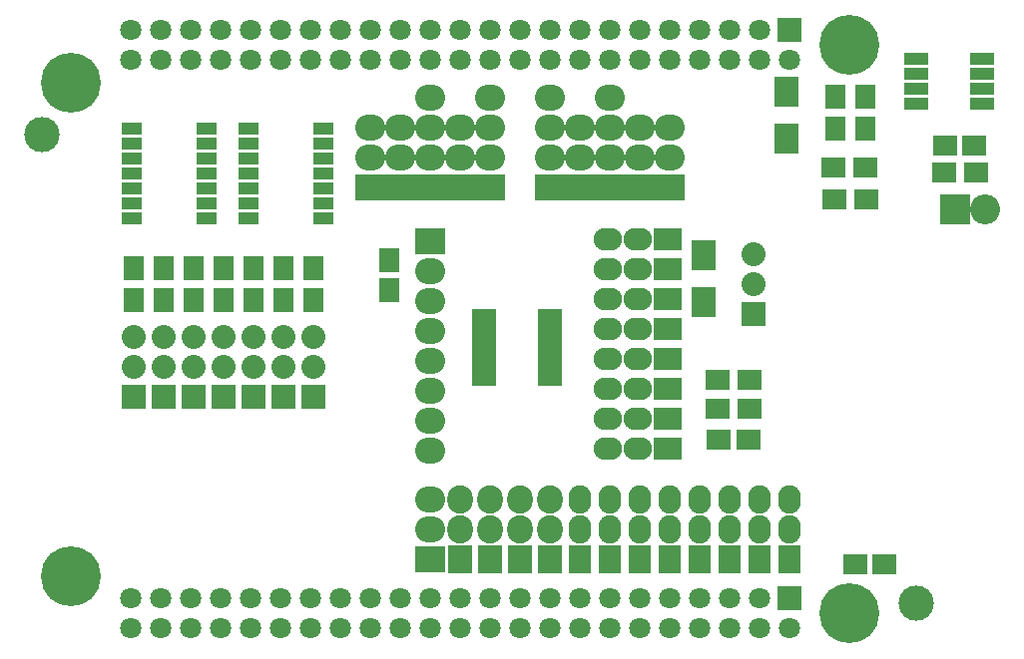
<source format=gbr>
G04 #@! TF.FileFunction,Soldermask,Top*
%FSLAX46Y46*%
G04 Gerber Fmt 4.6, Leading zero omitted, Abs format (unit mm)*
G04 Created by KiCad (PCBNEW 4.0.1-stable) date 3/25/2016 2:12:27 PM*
%MOMM*%
G01*
G04 APERTURE LIST*
%ADD10C,0.150000*%
%ADD11R,2.032000X2.032000*%
%ADD12C,2.032000*%
%ADD13C,3.000000*%
%ADD14R,2.058000X0.758000*%
%ADD15R,2.159000X1.107440*%
%ADD16R,1.651000X1.016000*%
%ADD17R,2.540000X2.235200*%
%ADD18O,2.540000X2.235200*%
%ADD19R,1.808000X2.008000*%
%ADD20C,5.080000*%
%ADD21R,2.159000X2.159000*%
%ADD22C,1.808480*%
%ADD23R,2.540000X2.540000*%
%ADD24O,2.540000X2.540000*%
%ADD25R,2.008000X1.808000*%
%ADD26R,2.008000X1.758000*%
%ADD27R,1.758000X2.008000*%
%ADD28R,2.108000X2.508000*%
%ADD29R,2.413000X1.930400*%
%ADD30O,2.413000X1.930400*%
%ADD31R,1.930400X2.413000*%
%ADD32O,1.930400X2.413000*%
%ADD33R,2.159000X2.413000*%
%ADD34O,2.159000X2.413000*%
G04 APERTURE END LIST*
D10*
D11*
X23749000Y-33020000D03*
D12*
X23749000Y-30480000D03*
X23749000Y-27940000D03*
D11*
X26289000Y-33020000D03*
D12*
X26289000Y-30480000D03*
X26289000Y-27940000D03*
D11*
X21209000Y-33020000D03*
D12*
X21209000Y-30480000D03*
X21209000Y-27940000D03*
D11*
X13589000Y-33020000D03*
D12*
X13589000Y-30480000D03*
X13589000Y-27940000D03*
D11*
X11049000Y-33020000D03*
D12*
X11049000Y-30480000D03*
X11049000Y-27940000D03*
D11*
X16129000Y-33020000D03*
D12*
X16129000Y-30480000D03*
X16129000Y-27940000D03*
D11*
X18669000Y-33020000D03*
D12*
X18669000Y-30480000D03*
X18669000Y-27940000D03*
D11*
X63627000Y-26035000D03*
D12*
X63627000Y-23495000D03*
X63627000Y-20955000D03*
D13*
X77470000Y-50546000D03*
X3302000Y-10795000D03*
D14*
X46361000Y-31779000D03*
X46361000Y-31104000D03*
X46361000Y-30454000D03*
X46361000Y-29804000D03*
X46361000Y-29154000D03*
X46361000Y-28504000D03*
X46361000Y-27854000D03*
X46361000Y-27204000D03*
X46361000Y-26554000D03*
X46361000Y-25904000D03*
X40761000Y-25904000D03*
X40761000Y-26554000D03*
X40761000Y-27204000D03*
X40761000Y-27854000D03*
X40761000Y-28504000D03*
X40761000Y-29154000D03*
X40761000Y-29804000D03*
X40761000Y-30454000D03*
X40761000Y-31104000D03*
X40761000Y-31754000D03*
D15*
X77470000Y-8128000D03*
X83058000Y-8128000D03*
X77470000Y-6858000D03*
X77470000Y-5588000D03*
X77470000Y-4318000D03*
X83058000Y-6858000D03*
X83058000Y-5588000D03*
X83058000Y-4318000D03*
D16*
X27178000Y-17907000D03*
X27178000Y-16637000D03*
X27178000Y-15367000D03*
X27178000Y-14097000D03*
X27178000Y-12827000D03*
X27178000Y-11557000D03*
X27178000Y-10287000D03*
X20828000Y-10287000D03*
X20828000Y-11557000D03*
X20828000Y-14097000D03*
X20828000Y-15367000D03*
X20828000Y-16637000D03*
X20828000Y-17907000D03*
X20828000Y-12827000D03*
X17272000Y-17907000D03*
X17272000Y-16637000D03*
X17272000Y-15367000D03*
X17272000Y-14097000D03*
X17272000Y-12827000D03*
X17272000Y-11557000D03*
X17272000Y-10287000D03*
X10922000Y-10287000D03*
X10922000Y-11557000D03*
X10922000Y-14097000D03*
X10922000Y-15367000D03*
X10922000Y-16637000D03*
X10922000Y-17907000D03*
X10922000Y-12827000D03*
D17*
X36195000Y-19812000D03*
D18*
X36195000Y-22352000D03*
X36195000Y-24892000D03*
X36195000Y-27432000D03*
X36195000Y-29972000D03*
X36195000Y-32512000D03*
X36195000Y-35052000D03*
X36195000Y-37592000D03*
D19*
X23749000Y-22145000D03*
X23749000Y-24845000D03*
X18669000Y-22145000D03*
X18669000Y-24845000D03*
X26289000Y-22145000D03*
X26289000Y-24845000D03*
X11049000Y-22145000D03*
X11049000Y-24845000D03*
X21209000Y-22145000D03*
X21209000Y-24845000D03*
X13589000Y-22145000D03*
X13589000Y-24845000D03*
X16129000Y-22145000D03*
X16129000Y-24845000D03*
D17*
X36195000Y-46863000D03*
D18*
X36195000Y-44323000D03*
X36195000Y-41783000D03*
D17*
X36195000Y-15240000D03*
D18*
X36195000Y-12700000D03*
X36195000Y-10160000D03*
X36195000Y-7620000D03*
D17*
X51435000Y-15240000D03*
D18*
X51435000Y-12700000D03*
X51435000Y-10160000D03*
X51435000Y-7620000D03*
D17*
X46355000Y-15240000D03*
D18*
X46355000Y-12700000D03*
X46355000Y-10160000D03*
X46355000Y-7620000D03*
D17*
X41275000Y-15240000D03*
D18*
X41275000Y-12700000D03*
X41275000Y-10160000D03*
X41275000Y-7620000D03*
D17*
X48895000Y-15240000D03*
D18*
X48895000Y-12700000D03*
X48895000Y-10160000D03*
D17*
X38735000Y-15240000D03*
D18*
X38735000Y-12700000D03*
X38735000Y-10160000D03*
D17*
X33655000Y-15240000D03*
D18*
X33655000Y-12700000D03*
X33655000Y-10160000D03*
D17*
X56515000Y-15240000D03*
D18*
X56515000Y-12700000D03*
X56515000Y-10160000D03*
D17*
X53975000Y-15240000D03*
D18*
X53975000Y-12700000D03*
X53975000Y-10160000D03*
D17*
X31115000Y-15240000D03*
D18*
X31115000Y-12700000D03*
X31115000Y-10160000D03*
D20*
X5715000Y-6350000D03*
X71755000Y-3175000D03*
X71755000Y-51435000D03*
X5715000Y-48260000D03*
D21*
X66675000Y-1905000D03*
D22*
X66675000Y-4445000D03*
X64135000Y-1905000D03*
X64135000Y-4445000D03*
X61595000Y-1905000D03*
X61595000Y-4445000D03*
X59055000Y-1905000D03*
X59055000Y-4445000D03*
X56515000Y-1905000D03*
X56515000Y-4445000D03*
X53975000Y-1905000D03*
X53975000Y-4445000D03*
X51435000Y-1905000D03*
X51435000Y-4445000D03*
X48895000Y-1905000D03*
X48895000Y-4445000D03*
X46355000Y-1905000D03*
X46355000Y-4445000D03*
X43815000Y-1905000D03*
X43815000Y-4445000D03*
X41275000Y-1905000D03*
X41275000Y-4445000D03*
X38735000Y-1905000D03*
X38735000Y-4445000D03*
X36195000Y-1905000D03*
X36195000Y-4445000D03*
X33655000Y-1905000D03*
X33655000Y-4445000D03*
X31115000Y-1905000D03*
X31115000Y-4445000D03*
X28575000Y-1905000D03*
X28575000Y-4445000D03*
X26035000Y-1905000D03*
X26035000Y-4445000D03*
X23495000Y-1905000D03*
X23495000Y-4445000D03*
X20955000Y-1905000D03*
X20955000Y-4445000D03*
X18415000Y-1905000D03*
X18415000Y-4445000D03*
X15875000Y-1905000D03*
X15875000Y-4445000D03*
X13335000Y-1905000D03*
X13335000Y-4445000D03*
X10795000Y-1905000D03*
X10795000Y-4445000D03*
D21*
X66675000Y-50165000D03*
D22*
X66675000Y-52705000D03*
X64135000Y-50165000D03*
X64135000Y-52705000D03*
X61595000Y-50165000D03*
X61595000Y-52705000D03*
X59055000Y-50165000D03*
X59055000Y-52705000D03*
X56515000Y-50165000D03*
X56515000Y-52705000D03*
X53975000Y-50165000D03*
X53975000Y-52705000D03*
X51435000Y-50165000D03*
X51435000Y-52705000D03*
X48895000Y-50165000D03*
X48895000Y-52705000D03*
X46355000Y-50165000D03*
X46355000Y-52705000D03*
X43815000Y-50165000D03*
X43815000Y-52705000D03*
X41275000Y-50165000D03*
X41275000Y-52705000D03*
X38735000Y-50165000D03*
X38735000Y-52705000D03*
X36195000Y-50165000D03*
X36195000Y-52705000D03*
X33655000Y-50165000D03*
X33655000Y-52705000D03*
X31115000Y-50165000D03*
X31115000Y-52705000D03*
X28575000Y-50165000D03*
X28575000Y-52705000D03*
X26035000Y-50165000D03*
X26035000Y-52705000D03*
X23495000Y-50165000D03*
X23495000Y-52705000D03*
X20955000Y-50165000D03*
X20955000Y-52705000D03*
X18415000Y-50165000D03*
X18415000Y-52705000D03*
X15875000Y-50165000D03*
X15875000Y-52705000D03*
X13335000Y-50165000D03*
X13335000Y-52705000D03*
X10795000Y-50165000D03*
X10795000Y-52705000D03*
D23*
X80772000Y-17145000D03*
D24*
X83312000Y-17145000D03*
D25*
X70405000Y-13589000D03*
X73105000Y-13589000D03*
X63326000Y-31623000D03*
X60626000Y-31623000D03*
X82503000Y-13970000D03*
X79803000Y-13970000D03*
D19*
X73152000Y-10240000D03*
X73152000Y-7540000D03*
X70612000Y-10240000D03*
X70612000Y-7540000D03*
D26*
X79903000Y-11684000D03*
X82403000Y-11684000D03*
X72283000Y-47244000D03*
X74783000Y-47244000D03*
D27*
X32766000Y-21483000D03*
X32766000Y-23983000D03*
D25*
X73232000Y-16256000D03*
X70532000Y-16256000D03*
X60626000Y-34036000D03*
X63326000Y-34036000D03*
D28*
X59436000Y-24987000D03*
X59436000Y-20987000D03*
X66421000Y-11144000D03*
X66421000Y-7144000D03*
D26*
X60726000Y-36703000D03*
X63226000Y-36703000D03*
D29*
X56388000Y-37465000D03*
D30*
X53848000Y-37465000D03*
X51308000Y-37465000D03*
D29*
X56388000Y-34925000D03*
D30*
X53848000Y-34925000D03*
X51308000Y-34925000D03*
D29*
X56388000Y-32385000D03*
D30*
X53848000Y-32385000D03*
X51308000Y-32385000D03*
D29*
X56388000Y-29845000D03*
D30*
X53848000Y-29845000D03*
X51308000Y-29845000D03*
D29*
X56388000Y-27305000D03*
D30*
X53848000Y-27305000D03*
X51308000Y-27305000D03*
D29*
X56388000Y-24765000D03*
D30*
X53848000Y-24765000D03*
X51308000Y-24765000D03*
D29*
X56388000Y-22225000D03*
D30*
X53848000Y-22225000D03*
X51308000Y-22225000D03*
D29*
X56388000Y-19685000D03*
D30*
X53848000Y-19685000D03*
X51308000Y-19685000D03*
D31*
X48895000Y-46863000D03*
D32*
X48895000Y-44323000D03*
X48895000Y-41783000D03*
D31*
X51435000Y-46863000D03*
D32*
X51435000Y-44323000D03*
X51435000Y-41783000D03*
D31*
X53975000Y-46863000D03*
D32*
X53975000Y-44323000D03*
X53975000Y-41783000D03*
D31*
X56515000Y-46863000D03*
D32*
X56515000Y-44323000D03*
X56515000Y-41783000D03*
D31*
X59055000Y-46863000D03*
D32*
X59055000Y-44323000D03*
X59055000Y-41783000D03*
D31*
X61595000Y-46863000D03*
D32*
X61595000Y-44323000D03*
X61595000Y-41783000D03*
D31*
X64135000Y-46863000D03*
D32*
X64135000Y-44323000D03*
X64135000Y-41783000D03*
D31*
X66675000Y-46863000D03*
D32*
X66675000Y-44323000D03*
X66675000Y-41783000D03*
D33*
X38735000Y-46863000D03*
D34*
X38735000Y-44323000D03*
X38735000Y-41783000D03*
D33*
X41275000Y-46863000D03*
D34*
X41275000Y-44323000D03*
X41275000Y-41783000D03*
D33*
X43815000Y-46863000D03*
D34*
X43815000Y-44323000D03*
X43815000Y-41783000D03*
D33*
X46355000Y-46863000D03*
D34*
X46355000Y-44323000D03*
X46355000Y-41783000D03*
M02*

</source>
